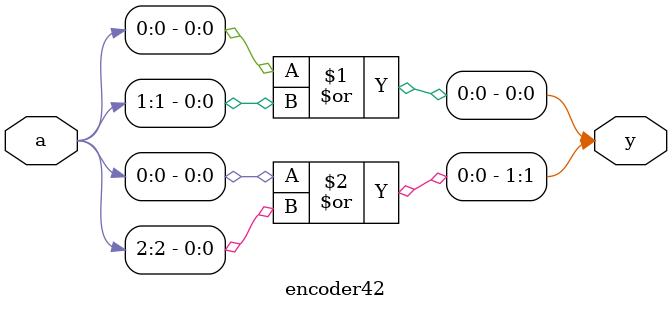
<source format=v>
`timescale 1ns / 1ps
module encoder42(
    input [3:0] a,
    output [1:0] y
    );
	 or a1(y[0],a[0],a[1]);
	 or a2(y[1],a[0],a[2]);
endmodule

</source>
